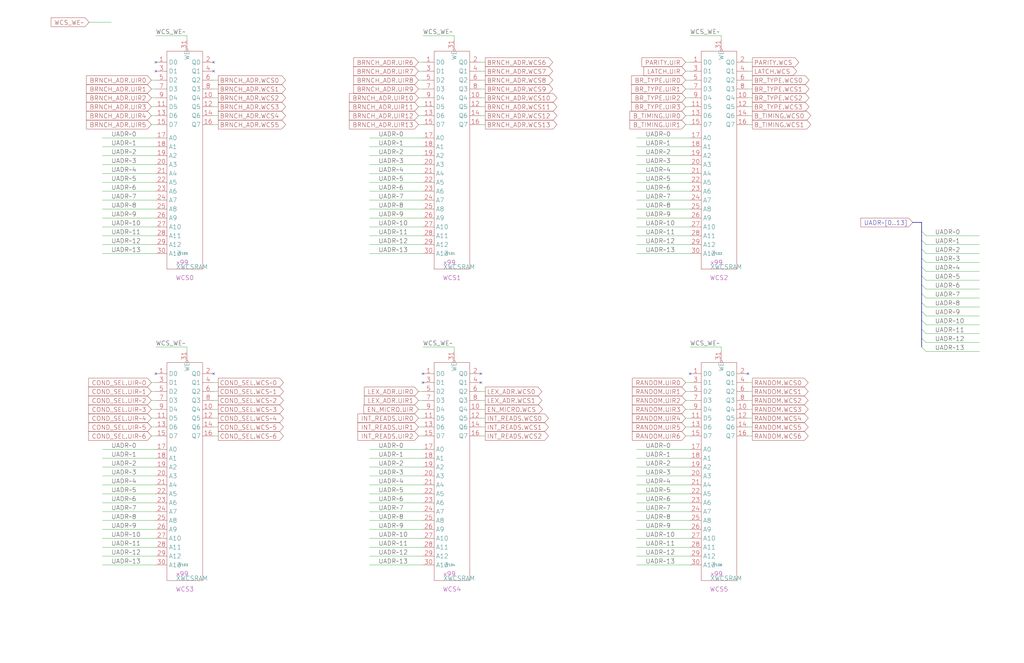
<source format=kicad_sch>
(kicad_sch (version 20220126) (generator eeschema)
  (paper "User" 584.2 378.46)
  (title_block (title "WRITABLE CONTROL STORE") (date "22-MAY-90") (rev "1.0") (comment 1 "SEQUENCER") (comment 2 "232-003064") (comment 3 "S400") (comment 4 "RELEASED"))
  (lib_symbols
    (symbol "r1000:XWCSRAM" (pin_names (offset 1.016))
      (property "Reference" "U" (at 2.54 5.08 0))
      (property "Value" "XWCSRAM" (at -1.27 -2.54 0))
      (property "Location" "___" (at -1.27 0 0))
      (property "Name" "______" (at 3.81 -10.16 0))
      (symbol "XWCSRAM_1_1"
        (rectangle (start -6.35 120.65) (end 13.97 -3.81))
        (circle (center 5.08 121.285) (radius 0.635))
        (pin input line (at -12.7 114.3 0) (length 6.35) (name "D0") (number "1"))
        (pin output line (at 20.32 93.98 180) (length 6.35) (name "Q4") (number "10"))
        (pin input line (at -12.7 88.9 0) (length 6.35) (name "D5") (number "11"))
        (pin output line (at 20.32 88.9 180) (length 6.35) (name "Q5") (number "12"))
        (pin input line (at -12.7 83.82 0) (length 6.35) (name "D6") (number "13"))
        (pin output line (at 20.32 83.82 180) (length 6.35) (name "Q6") (number "14"))
        (pin input line (at -12.7 78.74 0) (length 6.35) (name "D7") (number "15"))
        (pin output line (at 20.32 78.74 180) (length 6.35) (name "Q7") (number "16"))
        (pin input line (at -12.7 71.12 0) (length 6.35) (name "A0") (number "17"))
        (pin input line (at -12.7 66.04 0) (length 6.35) (name "A1") (number "18"))
        (pin input line (at -12.7 60.96 0) (length 6.35) (name "A2") (number "19"))
        (pin output line (at 20.32 114.3 180) (length 6.35) (name "Q0") (number "2"))
        (pin input line (at -12.7 55.88 0) (length 6.35) (name "A3") (number "20"))
        (pin input line (at -12.7 50.8 0) (length 6.35) (name "A4") (number "21"))
        (pin input line (at -12.7 45.72 0) (length 6.35) (name "A5") (number "22"))
        (pin input line (at -12.7 40.64 0) (length 6.35) (name "A6") (number "23"))
        (pin input line (at -12.7 35.56 0) (length 6.35) (name "A7") (number "24"))
        (pin input line (at -12.7 30.48 0) (length 6.35) (name "A8") (number "25"))
        (pin input line (at -12.7 25.4 0) (length 6.35) (name "A9") (number "26"))
        (pin input line (at -12.7 20.32 0) (length 6.35) (name "A10") (number "27"))
        (pin input line (at -12.7 15.24 0) (length 6.35) (name "A11") (number "28"))
        (pin input line (at -12.7 10.16 0) (length 6.35) (name "A12") (number "29"))
        (pin input line (at -12.7 109.22 0) (length 6.35) (name "D1") (number "3"))
        (pin input line (at -12.7 5.08 0) (length 6.35) (name "A13") (number "30"))
        (pin input line (at 5.08 127 270) (length 5.08) (name "WE") (number "31"))
        (pin output line (at 20.32 109.22 180) (length 6.35) (name "Q1") (number "4"))
        (pin input line (at -12.7 104.14 0) (length 6.35) (name "D2") (number "5"))
        (pin output line (at 20.32 104.14 180) (length 6.35) (name "Q2") (number "6"))
        (pin input line (at -12.7 99.06 0) (length 6.35) (name "D3") (number "7"))
        (pin output line (at 20.32 99.06 180) (length 6.35) (name "Q3") (number "8"))
        (pin input line (at -12.7 93.98 0) (length 6.35) (name "D4") (number "9"))
      )
    )
  )
  (bus (pts (xy 520.7 127) (xy 525.78 127)))
  (bus (pts (xy 525.78 127) (xy 525.78 132.08)))
  (bus (pts (xy 525.78 132.08) (xy 525.78 137.16)))
  (bus (pts (xy 525.78 137.16) (xy 525.78 142.24)))
  (bus (pts (xy 525.78 142.24) (xy 525.78 147.32)))
  (bus (pts (xy 525.78 147.32) (xy 525.78 152.4)))
  (bus (pts (xy 525.78 152.4) (xy 525.78 157.48)))
  (bus (pts (xy 525.78 157.48) (xy 525.78 162.56)))
  (bus (pts (xy 525.78 162.56) (xy 525.78 167.64)))
  (bus (pts (xy 525.78 167.64) (xy 525.78 172.72)))
  (bus (pts (xy 525.78 172.72) (xy 525.78 177.8)))
  (bus (pts (xy 525.78 177.8) (xy 525.78 182.88)))
  (bus (pts (xy 525.78 182.88) (xy 525.78 187.96)))
  (bus (pts (xy 525.78 187.96) (xy 525.78 193.04)))
  (bus (pts (xy 525.78 193.04) (xy 525.78 198.12)))
  (wire (pts (xy 106.68 198.12) (xy 106.68 200.66)))
  (wire (pts (xy 106.68 20.32) (xy 106.68 22.86)))
  (wire (pts (xy 121.92 218.44) (xy 124.46 218.44)))
  (wire (pts (xy 121.92 223.52) (xy 124.46 223.52)))
  (wire (pts (xy 121.92 228.6) (xy 124.46 228.6)))
  (wire (pts (xy 121.92 233.68) (xy 124.46 233.68)))
  (wire (pts (xy 121.92 238.76) (xy 124.46 238.76)))
  (wire (pts (xy 121.92 243.84) (xy 124.46 243.84)))
  (wire (pts (xy 121.92 248.92) (xy 124.46 248.92)))
  (wire (pts (xy 121.92 45.72) (xy 124.46 45.72)))
  (wire (pts (xy 121.92 50.8) (xy 124.46 50.8)))
  (wire (pts (xy 121.92 55.88) (xy 124.46 55.88)))
  (wire (pts (xy 121.92 60.96) (xy 124.46 60.96)))
  (wire (pts (xy 121.92 66.04) (xy 124.46 66.04)))
  (wire (pts (xy 121.92 71.12) (xy 124.46 71.12)))
  (wire (pts (xy 210.82 104.14) (xy 241.3 104.14)))
  (wire (pts (xy 210.82 109.22) (xy 241.3 109.22)))
  (wire (pts (xy 210.82 256.54) (xy 241.3 256.54)))
  (wire (pts (xy 210.82 261.62) (xy 241.3 261.62)))
  (wire (pts (xy 210.82 266.7) (xy 241.3 266.7)))
  (wire (pts (xy 210.82 271.78) (xy 241.3 271.78)))
  (wire (pts (xy 210.82 276.86) (xy 241.3 276.86)))
  (wire (pts (xy 210.82 281.94) (xy 241.3 281.94)))
  (wire (pts (xy 210.82 287.02) (xy 241.3 287.02)))
  (wire (pts (xy 210.82 78.74) (xy 241.3 78.74)))
  (wire (pts (xy 210.82 83.82) (xy 241.3 83.82)))
  (wire (pts (xy 210.82 88.9) (xy 241.3 88.9)))
  (wire (pts (xy 210.82 93.98) (xy 241.3 93.98)))
  (wire (pts (xy 210.82 99.06) (xy 241.3 99.06)))
  (wire (pts (xy 238.76 223.52) (xy 241.3 223.52)))
  (wire (pts (xy 238.76 228.6) (xy 241.3 228.6)))
  (wire (pts (xy 238.76 233.68) (xy 241.3 233.68)))
  (wire (pts (xy 238.76 238.76) (xy 241.3 238.76)))
  (wire (pts (xy 238.76 243.84) (xy 241.3 243.84)))
  (wire (pts (xy 238.76 248.92) (xy 241.3 248.92)))
  (wire (pts (xy 238.76 35.56) (xy 241.3 35.56)))
  (wire (pts (xy 238.76 40.64) (xy 241.3 40.64)))
  (wire (pts (xy 238.76 45.72) (xy 241.3 45.72)))
  (wire (pts (xy 238.76 50.8) (xy 241.3 50.8)))
  (wire (pts (xy 238.76 55.88) (xy 241.3 55.88)))
  (wire (pts (xy 238.76 60.96) (xy 241.3 60.96)))
  (wire (pts (xy 238.76 66.04) (xy 241.3 66.04)))
  (wire (pts (xy 238.76 71.12) (xy 241.3 71.12)))
  (wire (pts (xy 241.3 114.3) (xy 210.82 114.3)))
  (wire (pts (xy 241.3 119.38) (xy 210.82 119.38)))
  (wire (pts (xy 241.3 124.46) (xy 210.82 124.46)))
  (wire (pts (xy 241.3 129.54) (xy 210.82 129.54)))
  (wire (pts (xy 241.3 134.62) (xy 210.82 134.62)))
  (wire (pts (xy 241.3 139.7) (xy 210.82 139.7)))
  (wire (pts (xy 241.3 144.78) (xy 210.82 144.78)))
  (wire (pts (xy 241.3 198.12) (xy 259.08 198.12)))
  (wire (pts (xy 241.3 20.32) (xy 259.08 20.32)))
  (wire (pts (xy 241.3 292.1) (xy 210.82 292.1)))
  (wire (pts (xy 241.3 297.18) (xy 210.82 297.18)))
  (wire (pts (xy 241.3 302.26) (xy 210.82 302.26)))
  (wire (pts (xy 241.3 307.34) (xy 210.82 307.34)))
  (wire (pts (xy 241.3 312.42) (xy 210.82 312.42)))
  (wire (pts (xy 241.3 317.5) (xy 210.82 317.5)))
  (wire (pts (xy 241.3 322.58) (xy 210.82 322.58)))
  (wire (pts (xy 259.08 198.12) (xy 259.08 200.66)))
  (wire (pts (xy 259.08 20.32) (xy 259.08 22.86)))
  (wire (pts (xy 274.32 223.52) (xy 276.86 223.52)))
  (wire (pts (xy 274.32 228.6) (xy 276.86 228.6)))
  (wire (pts (xy 274.32 233.68) (xy 276.86 233.68)))
  (wire (pts (xy 274.32 238.76) (xy 276.86 238.76)))
  (wire (pts (xy 274.32 243.84) (xy 276.86 243.84)))
  (wire (pts (xy 274.32 248.92) (xy 276.86 248.92)))
  (wire (pts (xy 274.32 35.56) (xy 276.86 35.56)))
  (wire (pts (xy 274.32 40.64) (xy 276.86 40.64)))
  (wire (pts (xy 274.32 45.72) (xy 276.86 45.72)))
  (wire (pts (xy 274.32 50.8) (xy 276.86 50.8)))
  (wire (pts (xy 274.32 55.88) (xy 276.86 55.88)))
  (wire (pts (xy 274.32 60.96) (xy 276.86 60.96)))
  (wire (pts (xy 274.32 66.04) (xy 276.86 66.04)))
  (wire (pts (xy 274.32 71.12) (xy 276.86 71.12)))
  (wire (pts (xy 363.22 104.14) (xy 393.7 104.14)))
  (wire (pts (xy 363.22 109.22) (xy 393.7 109.22)))
  (wire (pts (xy 363.22 256.54) (xy 393.7 256.54)))
  (wire (pts (xy 363.22 261.62) (xy 393.7 261.62)))
  (wire (pts (xy 363.22 266.7) (xy 393.7 266.7)))
  (wire (pts (xy 363.22 271.78) (xy 393.7 271.78)))
  (wire (pts (xy 363.22 276.86) (xy 393.7 276.86)))
  (wire (pts (xy 363.22 281.94) (xy 393.7 281.94)))
  (wire (pts (xy 363.22 287.02) (xy 393.7 287.02)))
  (wire (pts (xy 363.22 78.74) (xy 393.7 78.74)))
  (wire (pts (xy 363.22 83.82) (xy 393.7 83.82)))
  (wire (pts (xy 363.22 88.9) (xy 393.7 88.9)))
  (wire (pts (xy 363.22 93.98) (xy 393.7 93.98)))
  (wire (pts (xy 363.22 99.06) (xy 393.7 99.06)))
  (wire (pts (xy 391.16 218.44) (xy 393.7 218.44)))
  (wire (pts (xy 391.16 223.52) (xy 393.7 223.52)))
  (wire (pts (xy 391.16 228.6) (xy 393.7 228.6)))
  (wire (pts (xy 391.16 233.68) (xy 393.7 233.68)))
  (wire (pts (xy 391.16 238.76) (xy 393.7 238.76)))
  (wire (pts (xy 391.16 243.84) (xy 393.7 243.84)))
  (wire (pts (xy 391.16 248.92) (xy 393.7 248.92)))
  (wire (pts (xy 391.16 35.56) (xy 393.7 35.56)))
  (wire (pts (xy 391.16 40.64) (xy 393.7 40.64)))
  (wire (pts (xy 391.16 45.72) (xy 393.7 45.72)))
  (wire (pts (xy 391.16 50.8) (xy 393.7 50.8)))
  (wire (pts (xy 391.16 55.88) (xy 393.7 55.88)))
  (wire (pts (xy 391.16 60.96) (xy 393.7 60.96)))
  (wire (pts (xy 391.16 66.04) (xy 393.7 66.04)))
  (wire (pts (xy 391.16 71.12) (xy 393.7 71.12)))
  (wire (pts (xy 393.7 114.3) (xy 363.22 114.3)))
  (wire (pts (xy 393.7 119.38) (xy 363.22 119.38)))
  (wire (pts (xy 393.7 124.46) (xy 363.22 124.46)))
  (wire (pts (xy 393.7 129.54) (xy 363.22 129.54)))
  (wire (pts (xy 393.7 134.62) (xy 363.22 134.62)))
  (wire (pts (xy 393.7 139.7) (xy 363.22 139.7)))
  (wire (pts (xy 393.7 144.78) (xy 363.22 144.78)))
  (wire (pts (xy 393.7 198.12) (xy 411.48 198.12)))
  (wire (pts (xy 393.7 20.32) (xy 411.48 20.32)))
  (wire (pts (xy 393.7 292.1) (xy 363.22 292.1)))
  (wire (pts (xy 393.7 297.18) (xy 363.22 297.18)))
  (wire (pts (xy 393.7 302.26) (xy 363.22 302.26)))
  (wire (pts (xy 393.7 307.34) (xy 363.22 307.34)))
  (wire (pts (xy 393.7 312.42) (xy 363.22 312.42)))
  (wire (pts (xy 393.7 317.5) (xy 363.22 317.5)))
  (wire (pts (xy 393.7 322.58) (xy 363.22 322.58)))
  (wire (pts (xy 411.48 198.12) (xy 411.48 200.66)))
  (wire (pts (xy 411.48 20.32) (xy 411.48 22.86)))
  (wire (pts (xy 426.72 218.44) (xy 429.26 218.44)))
  (wire (pts (xy 426.72 223.52) (xy 429.26 223.52)))
  (wire (pts (xy 426.72 228.6) (xy 429.26 228.6)))
  (wire (pts (xy 426.72 233.68) (xy 429.26 233.68)))
  (wire (pts (xy 426.72 238.76) (xy 429.26 238.76)))
  (wire (pts (xy 426.72 243.84) (xy 429.26 243.84)))
  (wire (pts (xy 426.72 248.92) (xy 429.26 248.92)))
  (wire (pts (xy 426.72 35.56) (xy 429.26 35.56)))
  (wire (pts (xy 426.72 40.64) (xy 429.26 40.64)))
  (wire (pts (xy 426.72 45.72) (xy 429.26 45.72)))
  (wire (pts (xy 426.72 50.8) (xy 429.26 50.8)))
  (wire (pts (xy 426.72 55.88) (xy 429.26 55.88)))
  (wire (pts (xy 426.72 60.96) (xy 429.26 60.96)))
  (wire (pts (xy 426.72 66.04) (xy 429.26 66.04)))
  (wire (pts (xy 426.72 71.12) (xy 429.26 71.12)))
  (wire (pts (xy 50.8 12.7) (xy 63.5 12.7)))
  (wire (pts (xy 528.32 134.62) (xy 558.8 134.62)))
  (wire (pts (xy 528.32 139.7) (xy 558.8 139.7)))
  (wire (pts (xy 528.32 144.78) (xy 558.8 144.78)))
  (wire (pts (xy 528.32 149.86) (xy 558.8 149.86)))
  (wire (pts (xy 528.32 154.94) (xy 558.8 154.94)))
  (wire (pts (xy 528.32 160.02) (xy 558.8 160.02)))
  (wire (pts (xy 528.32 165.1) (xy 558.8 165.1)))
  (wire (pts (xy 528.32 170.18) (xy 558.8 170.18)))
  (wire (pts (xy 528.32 175.26) (xy 558.8 175.26)))
  (wire (pts (xy 528.32 180.34) (xy 558.8 180.34)))
  (wire (pts (xy 528.32 185.42) (xy 558.8 185.42)))
  (wire (pts (xy 528.32 190.5) (xy 558.8 190.5)))
  (wire (pts (xy 528.32 195.58) (xy 558.8 195.58)))
  (wire (pts (xy 528.32 200.66) (xy 558.8 200.66)))
  (wire (pts (xy 58.42 104.14) (xy 88.9 104.14)))
  (wire (pts (xy 58.42 109.22) (xy 88.9 109.22)))
  (wire (pts (xy 58.42 256.54) (xy 88.9 256.54)))
  (wire (pts (xy 58.42 261.62) (xy 88.9 261.62)))
  (wire (pts (xy 58.42 266.7) (xy 88.9 266.7)))
  (wire (pts (xy 58.42 271.78) (xy 88.9 271.78)))
  (wire (pts (xy 58.42 276.86) (xy 88.9 276.86)))
  (wire (pts (xy 58.42 281.94) (xy 88.9 281.94)))
  (wire (pts (xy 58.42 287.02) (xy 88.9 287.02)))
  (wire (pts (xy 58.42 78.74) (xy 88.9 78.74)))
  (wire (pts (xy 58.42 83.82) (xy 88.9 83.82)))
  (wire (pts (xy 58.42 88.9) (xy 88.9 88.9)))
  (wire (pts (xy 58.42 93.98) (xy 88.9 93.98)))
  (wire (pts (xy 58.42 99.06) (xy 88.9 99.06)))
  (wire (pts (xy 86.36 218.44) (xy 88.9 218.44)))
  (wire (pts (xy 86.36 223.52) (xy 88.9 223.52)))
  (wire (pts (xy 86.36 228.6) (xy 88.9 228.6)))
  (wire (pts (xy 86.36 233.68) (xy 88.9 233.68)))
  (wire (pts (xy 86.36 238.76) (xy 88.9 238.76)))
  (wire (pts (xy 86.36 243.84) (xy 88.9 243.84)))
  (wire (pts (xy 86.36 248.92) (xy 88.9 248.92)))
  (wire (pts (xy 86.36 45.72) (xy 88.9 45.72)))
  (wire (pts (xy 86.36 50.8) (xy 88.9 50.8)))
  (wire (pts (xy 86.36 55.88) (xy 88.9 55.88)))
  (wire (pts (xy 86.36 60.96) (xy 88.9 60.96)))
  (wire (pts (xy 86.36 66.04) (xy 88.9 66.04)))
  (wire (pts (xy 86.36 71.12) (xy 88.9 71.12)))
  (wire (pts (xy 88.9 114.3) (xy 58.42 114.3)))
  (wire (pts (xy 88.9 119.38) (xy 58.42 119.38)))
  (wire (pts (xy 88.9 124.46) (xy 58.42 124.46)))
  (wire (pts (xy 88.9 129.54) (xy 58.42 129.54)))
  (wire (pts (xy 88.9 134.62) (xy 58.42 134.62)))
  (wire (pts (xy 88.9 139.7) (xy 58.42 139.7)))
  (wire (pts (xy 88.9 144.78) (xy 58.42 144.78)))
  (wire (pts (xy 88.9 198.12) (xy 106.68 198.12)))
  (wire (pts (xy 88.9 20.32) (xy 106.68 20.32)))
  (wire (pts (xy 88.9 292.1) (xy 58.42 292.1)))
  (wire (pts (xy 88.9 297.18) (xy 58.42 297.18)))
  (wire (pts (xy 88.9 302.26) (xy 58.42 302.26)))
  (wire (pts (xy 88.9 307.34) (xy 58.42 307.34)))
  (wire (pts (xy 88.9 312.42) (xy 58.42 312.42)))
  (wire (pts (xy 88.9 317.5) (xy 58.42 317.5)))
  (wire (pts (xy 88.9 322.58) (xy 58.42 322.58)))
  (global_label "WCS_WE~" (shape input) (at 50.8 12.7 180) (effects (font (size 2.54 2.54))) (property "Intersheet References" "${INTERSHEET_REFS}" (at 28.7806 12.5413 0) (effects (font (size 2.54 2.54)) (justify right))))
  (label "UADR~0" (at 63.5 78.74 0) (effects (font (size 2.54 2.54))))
  (label "UADR~1" (at 63.5 83.82 0) (effects (font (size 2.54 2.54))))
  (label "UADR~2" (at 63.5 88.9 0) (effects (font (size 2.54 2.54))))
  (label "UADR~3" (at 63.5 93.98 0) (effects (font (size 2.54 2.54))))
  (label "UADR~4" (at 63.5 99.06 0) (effects (font (size 2.54 2.54))))
  (label "UADR~5" (at 63.5 104.14 0) (effects (font (size 2.54 2.54))))
  (label "UADR~6" (at 63.5 109.22 0) (effects (font (size 2.54 2.54))))
  (label "UADR~7" (at 63.5 114.3 0) (effects (font (size 2.54 2.54))))
  (label "UADR~8" (at 63.5 119.38 0) (effects (font (size 2.54 2.54))))
  (label "UADR~9" (at 63.5 124.46 0) (effects (font (size 2.54 2.54))))
  (label "UADR~10" (at 63.5 129.54 0) (effects (font (size 2.54 2.54))))
  (label "UADR~11" (at 63.5 134.62 0) (effects (font (size 2.54 2.54))))
  (label "UADR~12" (at 63.5 139.7 0) (effects (font (size 2.54 2.54))))
  (label "UADR~13" (at 63.5 144.78 0) (effects (font (size 2.54 2.54))))
  (label "UADR~0" (at 63.5 256.54 0) (effects (font (size 2.54 2.54))))
  (label "UADR~1" (at 63.5 261.62 0) (effects (font (size 2.54 2.54))))
  (label "UADR~2" (at 63.5 266.7 0) (effects (font (size 2.54 2.54))))
  (label "UADR~3" (at 63.5 271.78 0) (effects (font (size 2.54 2.54))))
  (label "UADR~4" (at 63.5 276.86 0) (effects (font (size 2.54 2.54))))
  (label "UADR~5" (at 63.5 281.94 0) (effects (font (size 2.54 2.54))))
  (label "UADR~6" (at 63.5 287.02 0) (effects (font (size 2.54 2.54))))
  (label "UADR~7" (at 63.5 292.1 0) (effects (font (size 2.54 2.54))))
  (label "UADR~8" (at 63.5 297.18 0) (effects (font (size 2.54 2.54))))
  (label "UADR~9" (at 63.5 302.26 0) (effects (font (size 2.54 2.54))))
  (label "UADR~10" (at 63.5 307.34 0) (effects (font (size 2.54 2.54))))
  (label "UADR~11" (at 63.5 312.42 0) (effects (font (size 2.54 2.54))))
  (label "UADR~12" (at 63.5 317.5 0) (effects (font (size 2.54 2.54))))
  (label "UADR~13" (at 63.5 322.58 0) (effects (font (size 2.54 2.54))))
  (global_label "BRNCH_ADR.UIR0" (shape input) (at 86.36 45.72 180) (effects (font (size 2.54 2.54))) (property "Intersheet References" "${INTERSHEET_REFS}" (at 49.3607 45.5613 0) (effects (font (size 2.54 2.54)) (justify right))))
  (global_label "BRNCH_ADR.UIR1" (shape input) (at 86.36 50.8 180) (effects (font (size 2.54 2.54))) (property "Intersheet References" "${INTERSHEET_REFS}" (at 49.3607 50.6413 0) (effects (font (size 2.54 2.54)) (justify right))))
  (global_label "BRNCH_ADR.UIR2" (shape input) (at 86.36 55.88 180) (effects (font (size 2.54 2.54))) (property "Intersheet References" "${INTERSHEET_REFS}" (at 49.3607 55.7213 0) (effects (font (size 2.54 2.54)) (justify right))))
  (global_label "BRNCH_ADR.UIR3" (shape input) (at 86.36 60.96 180) (effects (font (size 2.54 2.54))) (property "Intersheet References" "${INTERSHEET_REFS}" (at 49.3607 60.8013 0) (effects (font (size 2.54 2.54)) (justify right))))
  (global_label "BRNCH_ADR.UIR4" (shape input) (at 86.36 66.04 180) (effects (font (size 2.54 2.54))) (property "Intersheet References" "${INTERSHEET_REFS}" (at 49.3607 65.8813 0) (effects (font (size 2.54 2.54)) (justify right))))
  (global_label "BRNCH_ADR.UIR5" (shape input) (at 86.36 71.12 180) (effects (font (size 2.54 2.54))) (property "Intersheet References" "${INTERSHEET_REFS}" (at 49.3607 70.9613 0) (effects (font (size 2.54 2.54)) (justify right))))
  (global_label "COND_SEL.UIR~0" (shape input) (at 86.36 218.44 180) (effects (font (size 2.54 2.54))) (property "Intersheet References" "${INTERSHEET_REFS}" (at 50.5702 218.2813 0) (effects (font (size 2.54 2.54)) (justify right))))
  (global_label "COND_SEL.UIR~1" (shape input) (at 86.36 223.52 180) (effects (font (size 2.54 2.54))) (property "Intersheet References" "${INTERSHEET_REFS}" (at 50.5702 223.3613 0) (effects (font (size 2.54 2.54)) (justify right))))
  (global_label "COND_SEL.UIR~2" (shape input) (at 86.36 228.6 180) (effects (font (size 2.54 2.54))) (property "Intersheet References" "${INTERSHEET_REFS}" (at 50.5702 228.4413 0) (effects (font (size 2.54 2.54)) (justify right))))
  (global_label "COND_SEL.UIR~3" (shape input) (at 86.36 233.68 180) (effects (font (size 2.54 2.54))) (property "Intersheet References" "${INTERSHEET_REFS}" (at 50.5702 233.5213 0) (effects (font (size 2.54 2.54)) (justify right))))
  (global_label "COND_SEL.UIR~4" (shape input) (at 86.36 238.76 180) (effects (font (size 2.54 2.54))) (property "Intersheet References" "${INTERSHEET_REFS}" (at 50.5702 238.6013 0) (effects (font (size 2.54 2.54)) (justify right))))
  (global_label "COND_SEL.UIR~5" (shape input) (at 86.36 243.84 180) (effects (font (size 2.54 2.54))) (property "Intersheet References" "${INTERSHEET_REFS}" (at 50.5702 243.6813 0) (effects (font (size 2.54 2.54)) (justify right))))
  (global_label "COND_SEL.UIR~6" (shape input) (at 86.36 248.92 180) (effects (font (size 2.54 2.54))) (property "Intersheet References" "${INTERSHEET_REFS}" (at 50.5702 248.7613 0) (effects (font (size 2.54 2.54)) (justify right))))
  (label "WCS_WE~" (at 88.9 20.32 0) (effects (font (size 2.54 2.54))))
  (no_connect (at 88.9 35.56))
  (no_connect (at 88.9 40.64))
  (label "WCS_WE~" (at 88.9 198.12 0) (effects (font (size 2.54 2.54))))
  (no_connect (at 88.9 213.36))
  (symbol (lib_id "r1000:XWCSRAM") (at 101.6 149.86 0) (unit 1)
    (property "Reference" "U7105" (at 104.14 144.78 0))
    (property "Value" "XWCSRAM" (at 100.33 152.4 0) (effects (font (size 2.54 2.54)) (justify left)))
    (property "Location" "x99" (at 100.33 149.86 0) (effects (font (size 2.54 2.54)) (justify left)))
    (property "Name" "WCS0" (at 105.41 160.02 0) (effects (font (size 2.54 2.54)) (justify bottom)))
  )
  (symbol (lib_id "r1000:XWCSRAM") (at 101.6 327.66 0) (unit 1)
    (property "Reference" "U7103" (at 104.14 322.58 0))
    (property "Value" "XWCSRAM" (at 100.33 330.2 0) (effects (font (size 2.54 2.54)) (justify left)))
    (property "Location" "x99" (at 100.33 327.66 0) (effects (font (size 2.54 2.54)) (justify left)))
    (property "Name" "WCS3" (at 105.41 337.82 0) (effects (font (size 2.54 2.54)) (justify bottom)))
  )
  (no_connect (at 121.92 35.56))
  (no_connect (at 121.92 40.64))
  (no_connect (at 121.92 213.36))
  (global_label "BRNCH_ADR.WCS0" (shape output) (at 124.46 45.72 0) (effects (font (size 2.54 2.54))) (property "Intersheet References" "${INTERSHEET_REFS}" (at 162.9108 45.5613 0) (effects (font (size 2.54 2.54)) (justify left))))
  (global_label "BRNCH_ADR.WCS1" (shape output) (at 124.46 50.8 0) (effects (font (size 2.54 2.54))) (property "Intersheet References" "${INTERSHEET_REFS}" (at 162.9108 50.6413 0) (effects (font (size 2.54 2.54)) (justify left))))
  (global_label "BRNCH_ADR.WCS2" (shape output) (at 124.46 55.88 0) (effects (font (size 2.54 2.54))) (property "Intersheet References" "${INTERSHEET_REFS}" (at 162.9108 55.7213 0) (effects (font (size 2.54 2.54)) (justify left))))
  (global_label "BRNCH_ADR.WCS3" (shape output) (at 124.46 60.96 0) (effects (font (size 2.54 2.54))) (property "Intersheet References" "${INTERSHEET_REFS}" (at 162.9108 60.8013 0) (effects (font (size 2.54 2.54)) (justify left))))
  (global_label "BRNCH_ADR.WCS4" (shape output) (at 124.46 66.04 0) (effects (font (size 2.54 2.54))) (property "Intersheet References" "${INTERSHEET_REFS}" (at 162.9108 65.8813 0) (effects (font (size 2.54 2.54)) (justify left))))
  (global_label "BRNCH_ADR.WCS5" (shape output) (at 124.46 71.12 0) (effects (font (size 2.54 2.54))) (property "Intersheet References" "${INTERSHEET_REFS}" (at 162.9108 70.9613 0) (effects (font (size 2.54 2.54)) (justify left))))
  (global_label "COND_SEL.WCS~0" (shape output) (at 124.46 218.44 0) (effects (font (size 2.54 2.54))) (property "Intersheet References" "${INTERSHEET_REFS}" (at 161.7012 218.2813 0) (effects (font (size 2.54 2.54)) (justify left))))
  (global_label "COND_SEL.WCS~1" (shape output) (at 124.46 223.52 0) (effects (font (size 2.54 2.54))) (property "Intersheet References" "${INTERSHEET_REFS}" (at 161.7012 223.3613 0) (effects (font (size 2.54 2.54)) (justify left))))
  (global_label "COND_SEL.WCS~2" (shape output) (at 124.46 228.6 0) (effects (font (size 2.54 2.54))) (property "Intersheet References" "${INTERSHEET_REFS}" (at 161.7012 228.4413 0) (effects (font (size 2.54 2.54)) (justify left))))
  (global_label "COND_SEL.WCS~3" (shape output) (at 124.46 233.68 0) (effects (font (size 2.54 2.54))) (property "Intersheet References" "${INTERSHEET_REFS}" (at 161.7012 233.5213 0) (effects (font (size 2.54 2.54)) (justify left))))
  (global_label "COND_SEL.WCS~4" (shape output) (at 124.46 238.76 0) (effects (font (size 2.54 2.54))) (property "Intersheet References" "${INTERSHEET_REFS}" (at 161.7012 238.6013 0) (effects (font (size 2.54 2.54)) (justify left))))
  (global_label "COND_SEL.WCS~5" (shape output) (at 124.46 243.84 0) (effects (font (size 2.54 2.54))) (property "Intersheet References" "${INTERSHEET_REFS}" (at 161.7012 243.6813 0) (effects (font (size 2.54 2.54)) (justify left))))
  (global_label "COND_SEL.WCS~6" (shape output) (at 124.46 248.92 0) (effects (font (size 2.54 2.54))) (property "Intersheet References" "${INTERSHEET_REFS}" (at 161.7012 248.7613 0) (effects (font (size 2.54 2.54)) (justify left))))
  (label "UADR~0" (at 215.9 78.74 0) (effects (font (size 2.54 2.54))))
  (label "UADR~1" (at 215.9 83.82 0) (effects (font (size 2.54 2.54))))
  (label "UADR~2" (at 215.9 88.9 0) (effects (font (size 2.54 2.54))))
  (label "UADR~3" (at 215.9 93.98 0) (effects (font (size 2.54 2.54))))
  (label "UADR~4" (at 215.9 99.06 0) (effects (font (size 2.54 2.54))))
  (label "UADR~5" (at 215.9 104.14 0) (effects (font (size 2.54 2.54))))
  (label "UADR~6" (at 215.9 109.22 0) (effects (font (size 2.54 2.54))))
  (label "UADR~7" (at 215.9 114.3 0) (effects (font (size 2.54 2.54))))
  (label "UADR~8" (at 215.9 119.38 0) (effects (font (size 2.54 2.54))))
  (label "UADR~9" (at 215.9 124.46 0) (effects (font (size 2.54 2.54))))
  (label "UADR~10" (at 215.9 129.54 0) (effects (font (size 2.54 2.54))))
  (label "UADR~11" (at 215.9 134.62 0) (effects (font (size 2.54 2.54))))
  (label "UADR~12" (at 215.9 139.7 0) (effects (font (size 2.54 2.54))))
  (label "UADR~13" (at 215.9 144.78 0) (effects (font (size 2.54 2.54))))
  (label "UADR~0" (at 215.9 256.54 0) (effects (font (size 2.54 2.54))))
  (label "UADR~1" (at 215.9 261.62 0) (effects (font (size 2.54 2.54))))
  (label "UADR~2" (at 215.9 266.7 0) (effects (font (size 2.54 2.54))))
  (label "UADR~3" (at 215.9 271.78 0) (effects (font (size 2.54 2.54))))
  (label "UADR~4" (at 215.9 276.86 0) (effects (font (size 2.54 2.54))))
  (label "UADR~5" (at 215.9 281.94 0) (effects (font (size 2.54 2.54))))
  (label "UADR~6" (at 215.9 287.02 0) (effects (font (size 2.54 2.54))))
  (label "UADR~7" (at 215.9 292.1 0) (effects (font (size 2.54 2.54))))
  (label "UADR~8" (at 215.9 297.18 0) (effects (font (size 2.54 2.54))))
  (label "UADR~9" (at 215.9 302.26 0) (effects (font (size 2.54 2.54))))
  (label "UADR~10" (at 215.9 307.34 0) (effects (font (size 2.54 2.54))))
  (label "UADR~11" (at 215.9 312.42 0) (effects (font (size 2.54 2.54))))
  (label "UADR~12" (at 215.9 317.5 0) (effects (font (size 2.54 2.54))))
  (label "UADR~13" (at 215.9 322.58 0) (effects (font (size 2.54 2.54))))
  (global_label "BRNCH_ADR.UIR6" (shape input) (at 238.76 35.56 180) (effects (font (size 2.54 2.54))) (property "Intersheet References" "${INTERSHEET_REFS}" (at 201.7607 35.4013 0) (effects (font (size 2.54 2.54)) (justify right))))
  (global_label "BRNCH_ADR.UIR7" (shape input) (at 238.76 40.64 180) (effects (font (size 2.54 2.54))) (property "Intersheet References" "${INTERSHEET_REFS}" (at 201.7607 40.4813 0) (effects (font (size 2.54 2.54)) (justify right))))
  (global_label "BRNCH_ADR.UIR8" (shape input) (at 238.76 45.72 180) (effects (font (size 2.54 2.54))) (property "Intersheet References" "${INTERSHEET_REFS}" (at 201.7607 45.5613 0) (effects (font (size 2.54 2.54)) (justify right))))
  (global_label "BRNCH_ADR.UIR9" (shape input) (at 238.76 50.8 180) (effects (font (size 2.54 2.54))) (property "Intersheet References" "${INTERSHEET_REFS}" (at 201.7607 50.6413 0) (effects (font (size 2.54 2.54)) (justify right))))
  (global_label "BRNCH_ADR.UIR10" (shape input) (at 238.76 55.88 180) (effects (font (size 2.54 2.54))) (property "Intersheet References" "${INTERSHEET_REFS}" (at 199.3416 55.7213 0) (effects (font (size 2.54 2.54)) (justify right))))
  (global_label "BRNCH_ADR.UIR11" (shape input) (at 238.76 60.96 180) (effects (font (size 2.54 2.54))) (property "Intersheet References" "${INTERSHEET_REFS}" (at 199.3416 60.8013 0) (effects (font (size 2.54 2.54)) (justify right))))
  (global_label "BRNCH_ADR.UIR12" (shape input) (at 238.76 66.04 180) (effects (font (size 2.54 2.54))) (property "Intersheet References" "${INTERSHEET_REFS}" (at 199.3416 65.8813 0) (effects (font (size 2.54 2.54)) (justify right))))
  (global_label "BRNCH_ADR.UIR13" (shape input) (at 238.76 71.12 180) (effects (font (size 2.54 2.54))) (property "Intersheet References" "${INTERSHEET_REFS}" (at 199.3416 70.9613 0) (effects (font (size 2.54 2.54)) (justify right))))
  (global_label "LEX_ADR.UIR0" (shape input) (at 238.76 223.52 180) (effects (font (size 2.54 2.54))) (property "Intersheet References" "${INTERSHEET_REFS}" (at 207.9292 223.3613 0) (effects (font (size 2.54 2.54)) (justify right))))
  (global_label "LEX_ADR.UIR1" (shape input) (at 238.76 228.6 180) (effects (font (size 2.54 2.54))) (property "Intersheet References" "${INTERSHEET_REFS}" (at 207.9292 228.4413 0) (effects (font (size 2.54 2.54)) (justify right))))
  (global_label "EN_MICRO.UIR" (shape input) (at 238.76 233.68 180) (effects (font (size 2.54 2.54))) (property "Intersheet References" "${INTERSHEET_REFS}" (at 207.5664 233.5213 0) (effects (font (size 2.54 2.54)) (justify right))))
  (global_label "INT_READS.UIR0" (shape input) (at 238.76 238.76 180) (effects (font (size 2.54 2.54))) (property "Intersheet References" "${INTERSHEET_REFS}" (at 204.1797 238.6013 0) (effects (font (size 2.54 2.54)) (justify right))))
  (global_label "INT_READS.UIR1" (shape input) (at 238.76 243.84 180) (effects (font (size 2.54 2.54))) (property "Intersheet References" "${INTERSHEET_REFS}" (at 204.1797 243.6813 0) (effects (font (size 2.54 2.54)) (justify right))))
  (global_label "INT_READS.UIR2" (shape input) (at 238.76 248.92 180) (effects (font (size 2.54 2.54))) (property "Intersheet References" "${INTERSHEET_REFS}" (at 204.1797 248.7613 0) (effects (font (size 2.54 2.54)) (justify right))))
  (label "WCS_WE~" (at 241.3 20.32 0) (effects (font (size 2.54 2.54))))
  (label "WCS_WE~" (at 241.3 198.12 0) (effects (font (size 2.54 2.54))))
  (no_connect (at 241.3 213.36))
  (no_connect (at 241.3 218.44))
  (symbol (lib_id "r1000:XWCSRAM") (at 254 149.86 0) (unit 1)
    (property "Reference" "U7101" (at 256.54 144.78 0))
    (property "Value" "XWCSRAM" (at 252.73 152.4 0) (effects (font (size 2.54 2.54)) (justify left)))
    (property "Location" "x99" (at 252.73 149.86 0) (effects (font (size 2.54 2.54)) (justify left)))
    (property "Name" "WCS1" (at 257.81 160.02 0) (effects (font (size 2.54 2.54)) (justify bottom)))
  )
  (symbol (lib_id "r1000:XWCSRAM") (at 254 327.66 0) (unit 1)
    (property "Reference" "U7104" (at 256.54 322.58 0))
    (property "Value" "XWCSRAM" (at 252.73 330.2 0) (effects (font (size 2.54 2.54)) (justify left)))
    (property "Location" "x99" (at 252.73 327.66 0) (effects (font (size 2.54 2.54)) (justify left)))
    (property "Name" "WCS4" (at 257.81 337.82 0) (effects (font (size 2.54 2.54)) (justify bottom)))
  )
  (no_connect (at 274.32 213.36))
  (no_connect (at 274.32 218.44))
  (global_label "BRNCH_ADR.WCS6" (shape output) (at 276.86 35.56 0) (effects (font (size 2.54 2.54))) (property "Intersheet References" "${INTERSHEET_REFS}" (at 315.3108 35.4013 0) (effects (font (size 2.54 2.54)) (justify left))))
  (global_label "BRNCH_ADR.WCS7" (shape output) (at 276.86 40.64 0) (effects (font (size 2.54 2.54))) (property "Intersheet References" "${INTERSHEET_REFS}" (at 315.3108 40.4813 0) (effects (font (size 2.54 2.54)) (justify left))))
  (global_label "BRNCH_ADR.WCS8" (shape output) (at 276.86 45.72 0) (effects (font (size 2.54 2.54))) (property "Intersheet References" "${INTERSHEET_REFS}" (at 315.3108 45.5613 0) (effects (font (size 2.54 2.54)) (justify left))))
  (global_label "BRNCH_ADR.WCS9" (shape output) (at 276.86 50.8 0) (effects (font (size 2.54 2.54))) (property "Intersheet References" "${INTERSHEET_REFS}" (at 315.3108 50.6413 0) (effects (font (size 2.54 2.54)) (justify left))))
  (global_label "BRNCH_ADR.WCS10" (shape output) (at 276.86 55.88 0) (effects (font (size 2.54 2.54))) (property "Intersheet References" "${INTERSHEET_REFS}" (at 317.7298 55.7213 0) (effects (font (size 2.54 2.54)) (justify left))))
  (global_label "BRNCH_ADR.WCS11" (shape output) (at 276.86 60.96 0) (effects (font (size 2.54 2.54))) (property "Intersheet References" "${INTERSHEET_REFS}" (at 317.7298 60.8013 0) (effects (font (size 2.54 2.54)) (justify left))))
  (global_label "BRNCH_ADR.WCS12" (shape output) (at 276.86 66.04 0) (effects (font (size 2.54 2.54))) (property "Intersheet References" "${INTERSHEET_REFS}" (at 317.7298 65.8813 0) (effects (font (size 2.54 2.54)) (justify left))))
  (global_label "BRNCH_ADR.WCS13" (shape output) (at 276.86 71.12 0) (effects (font (size 2.54 2.54))) (property "Intersheet References" "${INTERSHEET_REFS}" (at 317.7298 70.9613 0) (effects (font (size 2.54 2.54)) (justify left))))
  (global_label "LEX_ADR.WCS0" (shape output) (at 276.86 223.52 0) (effects (font (size 2.54 2.54))) (property "Intersheet References" "${INTERSHEET_REFS}" (at 309.1422 223.3613 0) (effects (font (size 2.54 2.54)) (justify left))))
  (global_label "LEX_ADR.WCS1" (shape output) (at 276.86 228.6 0) (effects (font (size 2.54 2.54))) (property "Intersheet References" "${INTERSHEET_REFS}" (at 309.1422 228.4413 0) (effects (font (size 2.54 2.54)) (justify left))))
  (global_label "EN_MICRO.WCS" (shape output) (at 276.86 233.68 0) (effects (font (size 2.54 2.54))) (property "Intersheet References" "${INTERSHEET_REFS}" (at 309.505 233.5213 0) (effects (font (size 2.54 2.54)) (justify left))))
  (global_label "INT_READS.WCS0" (shape output) (at 276.86 238.76 0) (effects (font (size 2.54 2.54))) (property "Intersheet References" "${INTERSHEET_REFS}" (at 312.8917 238.6013 0) (effects (font (size 2.54 2.54)) (justify left))))
  (global_label "INT_READS.WCS1" (shape output) (at 276.86 243.84 0) (effects (font (size 2.54 2.54))) (property "Intersheet References" "${INTERSHEET_REFS}" (at 312.8917 243.6813 0) (effects (font (size 2.54 2.54)) (justify left))))
  (global_label "INT_READS.WCS2" (shape output) (at 276.86 248.92 0) (effects (font (size 2.54 2.54))) (property "Intersheet References" "${INTERSHEET_REFS}" (at 312.8917 248.7613 0) (effects (font (size 2.54 2.54)) (justify left))))
  (label "UADR~0" (at 368.3 78.74 0) (effects (font (size 2.54 2.54))))
  (label "UADR~1" (at 368.3 83.82 0) (effects (font (size 2.54 2.54))))
  (label "UADR~2" (at 368.3 88.9 0) (effects (font (size 2.54 2.54))))
  (label "UADR~3" (at 368.3 93.98 0) (effects (font (size 2.54 2.54))))
  (label "UADR~4" (at 368.3 99.06 0) (effects (font (size 2.54 2.54))))
  (label "UADR~5" (at 368.3 104.14 0) (effects (font (size 2.54 2.54))))
  (label "UADR~6" (at 368.3 109.22 0) (effects (font (size 2.54 2.54))))
  (label "UADR~7" (at 368.3 114.3 0) (effects (font (size 2.54 2.54))))
  (label "UADR~8" (at 368.3 119.38 0) (effects (font (size 2.54 2.54))))
  (label "UADR~9" (at 368.3 124.46 0) (effects (font (size 2.54 2.54))))
  (label "UADR~10" (at 368.3 129.54 0) (effects (font (size 2.54 2.54))))
  (label "UADR~11" (at 368.3 134.62 0) (effects (font (size 2.54 2.54))))
  (label "UADR~12" (at 368.3 139.7 0) (effects (font (size 2.54 2.54))))
  (label "UADR~13" (at 368.3 144.78 0) (effects (font (size 2.54 2.54))))
  (label "UADR~0" (at 368.3 256.54 0) (effects (font (size 2.54 2.54))))
  (label "UADR~1" (at 368.3 261.62 0) (effects (font (size 2.54 2.54))))
  (label "UADR~2" (at 368.3 266.7 0) (effects (font (size 2.54 2.54))))
  (label "UADR~3" (at 368.3 271.78 0) (effects (font (size 2.54 2.54))))
  (label "UADR~4" (at 368.3 276.86 0) (effects (font (size 2.54 2.54))))
  (label "UADR~5" (at 368.3 281.94 0) (effects (font (size 2.54 2.54))))
  (label "UADR~6" (at 368.3 287.02 0) (effects (font (size 2.54 2.54))))
  (label "UADR~7" (at 368.3 292.1 0) (effects (font (size 2.54 2.54))))
  (label "UADR~8" (at 368.3 297.18 0) (effects (font (size 2.54 2.54))))
  (label "UADR~9" (at 368.3 302.26 0) (effects (font (size 2.54 2.54))))
  (label "UADR~10" (at 368.3 307.34 0) (effects (font (size 2.54 2.54))))
  (label "UADR~11" (at 368.3 312.42 0) (effects (font (size 2.54 2.54))))
  (label "UADR~12" (at 368.3 317.5 0) (effects (font (size 2.54 2.54))))
  (label "UADR~13" (at 368.3 322.58 0) (effects (font (size 2.54 2.54))))
  (global_label "PARITY.UIR" (shape input) (at 391.16 35.56 180) (effects (font (size 2.54 2.54))) (property "Intersheet References" "${INTERSHEET_REFS}" (at 366.135 35.4013 0) (effects (font (size 2.54 2.54)) (justify right))))
  (global_label "LATCH.UIR" (shape input) (at 391.16 40.64 180) (effects (font (size 2.54 2.54))) (property "Intersheet References" "${INTERSHEET_REFS}" (at 367.3445 40.4813 0) (effects (font (size 2.54 2.54)) (justify right))))
  (global_label "BR_TYPE.UIR0" (shape input) (at 391.16 45.72 180) (effects (font (size 2.54 2.54))) (property "Intersheet References" "${INTERSHEET_REFS}" (at 360.3292 45.5613 0) (effects (font (size 2.54 2.54)) (justify right))))
  (global_label "BR_TYPE.UIR1" (shape input) (at 391.16 50.8 180) (effects (font (size 2.54 2.54))) (property "Intersheet References" "${INTERSHEET_REFS}" (at 360.3292 50.6413 0) (effects (font (size 2.54 2.54)) (justify right))))
  (global_label "BR_TYPE.UIR2" (shape input) (at 391.16 55.88 180) (effects (font (size 2.54 2.54))) (property "Intersheet References" "${INTERSHEET_REFS}" (at 360.3292 55.7213 0) (effects (font (size 2.54 2.54)) (justify right))))
  (global_label "BR_TYPE.UIR3" (shape input) (at 391.16 60.96 180) (effects (font (size 2.54 2.54))) (property "Intersheet References" "${INTERSHEET_REFS}" (at 360.3292 60.8013 0) (effects (font (size 2.54 2.54)) (justify right))))
  (global_label "B_TIMING.UIR0" (shape input) (at 391.16 66.04 180) (effects (font (size 2.54 2.54))) (property "Intersheet References" "${INTERSHEET_REFS}" (at 359.3616 65.8813 0) (effects (font (size 2.54 2.54)) (justify right))))
  (global_label "B_TIMING.UIR1" (shape input) (at 391.16 71.12 180) (effects (font (size 2.54 2.54))) (property "Intersheet References" "${INTERSHEET_REFS}" (at 359.3616 70.9613 0) (effects (font (size 2.54 2.54)) (justify right))))
  (global_label "RANDOM.UIR0" (shape input) (at 391.16 218.44 180) (effects (font (size 2.54 2.54))) (property "Intersheet References" "${INTERSHEET_REFS}" (at 360.813 218.2813 0) (effects (font (size 2.54 2.54)) (justify right))))
  (global_label "RANDOM.UIR1" (shape input) (at 391.16 223.52 180) (effects (font (size 2.54 2.54))) (property "Intersheet References" "${INTERSHEET_REFS}" (at 360.813 223.3613 0) (effects (font (size 2.54 2.54)) (justify right))))
  (global_label "RANDOM.UIR2" (shape input) (at 391.16 228.6 180) (effects (font (size 2.54 2.54))) (property "Intersheet References" "${INTERSHEET_REFS}" (at 360.813 228.4413 0) (effects (font (size 2.54 2.54)) (justify right))))
  (global_label "RANDOM.UIR3" (shape input) (at 391.16 233.68 180) (effects (font (size 2.54 2.54))) (property "Intersheet References" "${INTERSHEET_REFS}" (at 360.813 233.5213 0) (effects (font (size 2.54 2.54)) (justify right))))
  (global_label "RANDOM.UIR4" (shape input) (at 391.16 238.76 180) (effects (font (size 2.54 2.54))) (property "Intersheet References" "${INTERSHEET_REFS}" (at 360.813 238.6013 0) (effects (font (size 2.54 2.54)) (justify right))))
  (global_label "RANDOM.UIR5" (shape input) (at 391.16 243.84 180) (effects (font (size 2.54 2.54))) (property "Intersheet References" "${INTERSHEET_REFS}" (at 360.813 243.6813 0) (effects (font (size 2.54 2.54)) (justify right))))
  (global_label "RANDOM.UIR6" (shape input) (at 391.16 248.92 180) (effects (font (size 2.54 2.54))) (property "Intersheet References" "${INTERSHEET_REFS}" (at 360.813 248.7613 0) (effects (font (size 2.54 2.54)) (justify right))))
  (label "WCS_WE~" (at 393.7 20.32 0) (effects (font (size 2.54 2.54))))
  (label "WCS_WE~" (at 393.7 198.12 0) (effects (font (size 2.54 2.54))))
  (no_connect (at 393.7 213.36))
  (symbol (lib_id "r1000:XWCSRAM") (at 406.4 149.86 0) (unit 1)
    (property "Reference" "U7102" (at 408.94 144.78 0))
    (property "Value" "XWCSRAM" (at 405.13 152.4 0) (effects (font (size 2.54 2.54)) (justify left)))
    (property "Location" "x99" (at 405.13 149.86 0) (effects (font (size 2.54 2.54)) (justify left)))
    (property "Name" "WCS2" (at 410.21 160.02 0) (effects (font (size 2.54 2.54)) (justify bottom)))
  )
  (symbol (lib_id "r1000:XWCSRAM") (at 406.4 327.66 0) (unit 1)
    (property "Reference" "U7106" (at 408.94 322.58 0))
    (property "Value" "XWCSRAM" (at 405.13 330.2 0) (effects (font (size 2.54 2.54)) (justify left)))
    (property "Location" "x99" (at 405.13 327.66 0) (effects (font (size 2.54 2.54)) (justify left)))
    (property "Name" "WCS5" (at 410.21 337.82 0) (effects (font (size 2.54 2.54)) (justify bottom)))
  )
  (no_connect (at 426.72 213.36))
  (global_label "PARITY.WCS" (shape output) (at 429.26 35.56 0) (effects (font (size 2.54 2.54))) (property "Intersheet References" "${INTERSHEET_REFS}" (at 455.7365 35.4013 0) (effects (font (size 2.54 2.54)) (justify left))))
  (global_label "LATCH.WCS" (shape output) (at 429.26 40.64 0) (effects (font (size 2.54 2.54))) (property "Intersheet References" "${INTERSHEET_REFS}" (at 454.527 40.4813 0) (effects (font (size 2.54 2.54)) (justify left))))
  (global_label "BR_TYPE.WCS0" (shape output) (at 429.26 45.72 0) (effects (font (size 2.54 2.54))) (property "Intersheet References" "${INTERSHEET_REFS}" (at 461.5422 45.5613 0) (effects (font (size 2.54 2.54)) (justify left))))
  (global_label "BR_TYPE.WCS1" (shape output) (at 429.26 50.8 0) (effects (font (size 2.54 2.54))) (property "Intersheet References" "${INTERSHEET_REFS}" (at 461.5422 50.6413 0) (effects (font (size 2.54 2.54)) (justify left))))
  (global_label "BR_TYPE.WCS2" (shape output) (at 429.26 55.88 0) (effects (font (size 2.54 2.54))) (property "Intersheet References" "${INTERSHEET_REFS}" (at 461.5422 55.7213 0) (effects (font (size 2.54 2.54)) (justify left))))
  (global_label "BR_TYPE.WCS3" (shape output) (at 429.26 60.96 0) (effects (font (size 2.54 2.54))) (property "Intersheet References" "${INTERSHEET_REFS}" (at 461.5422 60.8013 0) (effects (font (size 2.54 2.54)) (justify left))))
  (global_label "B_TIMING.WCS0" (shape output) (at 429.26 66.04 0) (effects (font (size 2.54 2.54))) (property "Intersheet References" "${INTERSHEET_REFS}" (at 462.5098 65.8813 0) (effects (font (size 2.54 2.54)) (justify left))))
  (global_label "B_TIMING.WCS1" (shape output) (at 429.26 71.12 0) (effects (font (size 2.54 2.54))) (property "Intersheet References" "${INTERSHEET_REFS}" (at 462.5098 70.9613 0) (effects (font (size 2.54 2.54)) (justify left))))
  (global_label "RANDOM.WCS0" (shape output) (at 429.26 218.44 0) (effects (font (size 2.54 2.54))) (property "Intersheet References" "${INTERSHEET_REFS}" (at 461.0584 218.2813 0) (effects (font (size 2.54 2.54)) (justify left))))
  (global_label "RANDOM.WCS1" (shape output) (at 429.26 223.52 0) (effects (font (size 2.54 2.54))) (property "Intersheet References" "${INTERSHEET_REFS}" (at 461.0584 223.3613 0) (effects (font (size 2.54 2.54)) (justify left))))
  (global_label "RANDOM.WCS2" (shape output) (at 429.26 228.6 0) (effects (font (size 2.54 2.54))) (property "Intersheet References" "${INTERSHEET_REFS}" (at 461.0584 228.4413 0) (effects (font (size 2.54 2.54)) (justify left))))
  (global_label "RANDOM.WCS3" (shape output) (at 429.26 233.68 0) (effects (font (size 2.54 2.54))) (property "Intersheet References" "${INTERSHEET_REFS}" (at 461.0584 233.5213 0) (effects (font (size 2.54 2.54)) (justify left))))
  (global_label "RANDOM.WCS4" (shape output) (at 429.26 238.76 0) (effects (font (size 2.54 2.54))) (property "Intersheet References" "${INTERSHEET_REFS}" (at 461.0584 238.6013 0) (effects (font (size 2.54 2.54)) (justify left))))
  (global_label "RANDOM.WCS5" (shape output) (at 429.26 243.84 0) (effects (font (size 2.54 2.54))) (property "Intersheet References" "${INTERSHEET_REFS}" (at 461.0584 243.6813 0) (effects (font (size 2.54 2.54)) (justify left))))
  (global_label "RANDOM.WCS6" (shape output) (at 429.26 248.92 0) (effects (font (size 2.54 2.54))) (property "Intersheet References" "${INTERSHEET_REFS}" (at 461.0584 248.7613 0) (effects (font (size 2.54 2.54)) (justify left))))
  (global_label "UADR~[0..13]" (shape input) (at 520.7 127 180) (effects (font (size 2.54 2.54))) (property "Intersheet References" "${INTERSHEET_REFS}" (at 491.0788 126.8413 0) (effects (font (size 2.54 2.54)) (justify right))))
  (bus_entry (at 525.78 132.08) (size 2.54 2.54))
  (bus_entry (at 525.78 137.16) (size 2.54 2.54))
  (bus_entry (at 525.78 142.24) (size 2.54 2.54))
  (bus_entry (at 525.78 147.32) (size 2.54 2.54))
  (bus_entry (at 525.78 152.4) (size 2.54 2.54))
  (bus_entry (at 525.78 157.48) (size 2.54 2.54))
  (bus_entry (at 525.78 162.56) (size 2.54 2.54))
  (bus_entry (at 525.78 167.64) (size 2.54 2.54))
  (bus_entry (at 525.78 172.72) (size 2.54 2.54))
  (bus_entry (at 525.78 177.8) (size 2.54 2.54))
  (bus_entry (at 525.78 182.88) (size 2.54 2.54))
  (bus_entry (at 525.78 187.96) (size 2.54 2.54))
  (bus_entry (at 525.78 193.04) (size 2.54 2.54))
  (bus_entry (at 525.78 198.12) (size 2.54 2.54))
  (label "UADR~0" (at 533.4 134.62 0) (effects (font (size 2.54 2.54))))
  (label "UADR~1" (at 533.4 139.7 0) (effects (font (size 2.54 2.54))))
  (label "UADR~2" (at 533.4 144.78 0) (effects (font (size 2.54 2.54))))
  (label "UADR~3" (at 533.4 149.86 0) (effects (font (size 2.54 2.54))))
  (label "UADR~4" (at 533.4 154.94 0) (effects (font (size 2.54 2.54))))
  (label "UADR~5" (at 533.4 160.02 0) (effects (font (size 2.54 2.54))))
  (label "UADR~6" (at 533.4 165.1 0) (effects (font (size 2.54 2.54))))
  (label "UADR~7" (at 533.4 170.18 0) (effects (font (size 2.54 2.54))))
  (label "UADR~8" (at 533.4 175.26 0) (effects (font (size 2.54 2.54))))
  (label "UADR~9" (at 533.4 180.34 0) (effects (font (size 2.54 2.54))))
  (label "UADR~10" (at 533.4 185.42 0) (effects (font (size 2.54 2.54))))
  (label "UADR~11" (at 533.4 190.5 0) (effects (font (size 2.54 2.54))))
  (label "UADR~12" (at 533.4 195.58 0) (effects (font (size 2.54 2.54))))
  (label "UADR~13" (at 533.4 200.66 0) (effects (font (size 2.54 2.54))))
)
</source>
